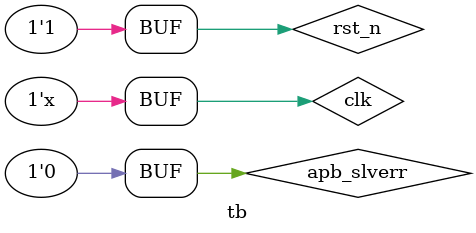
<source format=v>
`timescale 1ns/1ps

module tb;

localparam CLK_Cyc = 10;

reg clk,rst_n;
initial begin 
    clk = 0;
    rst_n = 0;
    #200;
    rst_n = 1;
end 
////////////////////////////////////////////////////////////////////////////////
// clock generator 
reg [63:0] n_clocks;
always # (CLK_Cyc/2) clk = ~clk;
////////////////////////////////////////////////////////////////////////////////
// 
parameter DBITS = 16;
parameter ABITS = 10;
////////////////////////////////////////////////////////////////////////////////

reg                     apb_ready      ;
reg                     apb_slverr     =0;
wire                    apb_sel        ;
wire                    apb_enable     ;
wire                    apb_write      ;
wire    [DBITS-1:0]     apb_addr       ;
wire    [ABITS-1:0]     apb_wdata      ;
wire    [15:0]          apb_cfg_err    ;
////////////////////////////////////////////////////////////////////////////////
always @ (posedge clk,negedge rst_n) begin 
    if (!rst_n) begin 
        n_clocks <= 'd0;
    end 
    else begin 
        n_clocks <= n_clocks + 1'd1;
    end 
end 
////////////////////////////////////////////////////////////////////////////////
reg usr_transfer;
always @ (posedge clk,negedge rst_n)
begin 
    if (!rst_n) begin 
        usr_transfer <= 1'd0;
    end 
    else if (&n_clocks[9:0]) begin 
        usr_transfer <= 1'd1;
    end 
    else begin 
        usr_transfer <= 1'd0;
    end 
end 
////////////////////////////////////////////////////////////////////////////////
//always @ (posedge clk,negedge rst_n)
//begin 
//    if (!rst_n) begin 
//        apb_ready <= 1'd0;
//    end 
//    else if (~apb_ready & apb_enable) begin 
//        apb_ready <= 1'd1;
//    end 
//    else begin 
//        apb_ready <= 1'd0;
//    end 
//end 
always @ (*)
begin 
    if (!rst_n) begin 
        apb_ready <= 1'd0;
    end 
    else if (apb_enable) begin 
        apb_ready <= 1'd1;
    end 
    else begin 
        apb_ready <= 1'd0;
    end 
end 
////////////////////////////////////////////////////////////////////////////////

apb_master #(
    .DBITS ( DBITS ),
    .ABITS ( ABITS )
) bfm_inst
( 
    .apb_clk        ( clk           ), // input           wire                
    .apb_rst_n      ( rst_n         ), // input           wire                
    .usr_transfer   ( usr_transfer  ), // input           wire                
    .apb_ready      ( apb_ready     ), // input           wire                
    .apb_slverr     ( apb_slverr    ), // input           wire                
    .apb_sel        ( apb_sel       ), // output          wire                
    .apb_enable     ( apb_enable    ), // output          wire                
    .apb_write      ( apb_write     ), // output          wire                
    .apb_addr       ( apb_addr      ), // output          wire    [DBITS-1:0] 
    .apb_wdata      ( apb_wdata     ), // output          wire    [ABITS-1:0] 
    .apb_cfg_err    ( apb_cfg_err   )  // output          wire    [15:0]      
);
////////////////////////////////////////////////////////////////////////////////

////////////////////////////////////////////////////////////////////////////////

endmodule 

</source>
